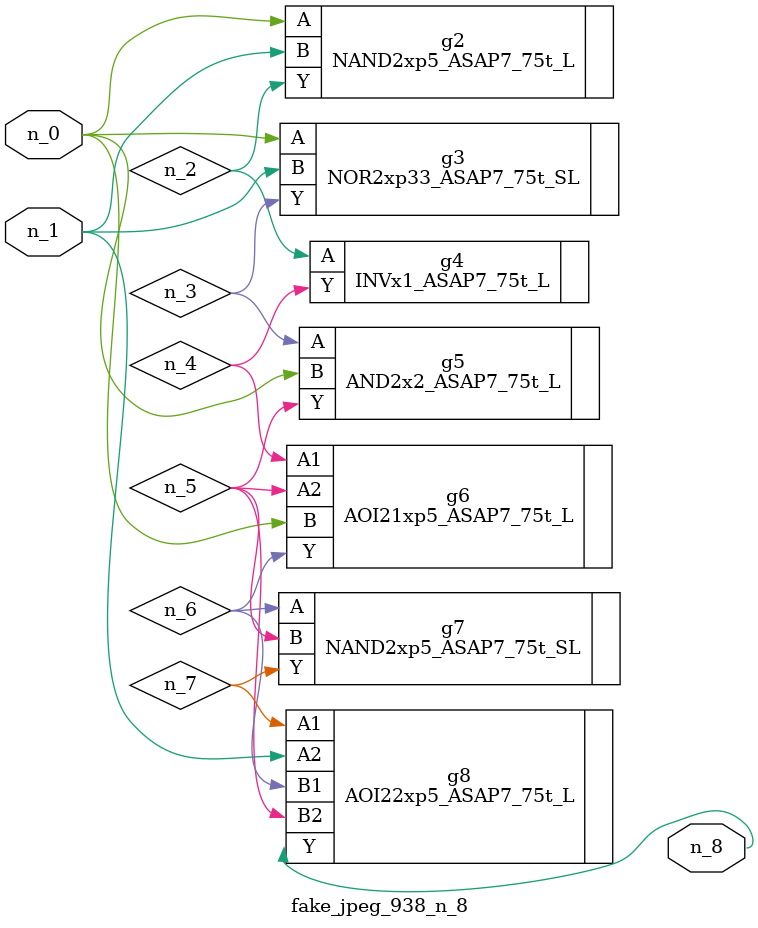
<source format=v>
module fake_jpeg_938_n_8 (n_0, n_1, n_8);

input n_0;
input n_1;

output n_8;

wire n_2;
wire n_3;
wire n_4;
wire n_6;
wire n_5;
wire n_7;

NAND2xp5_ASAP7_75t_L g2 ( 
.A(n_0),
.B(n_1),
.Y(n_2)
);

NOR2xp33_ASAP7_75t_SL g3 ( 
.A(n_0),
.B(n_1),
.Y(n_3)
);

INVx1_ASAP7_75t_L g4 ( 
.A(n_2),
.Y(n_4)
);

AOI21xp5_ASAP7_75t_L g6 ( 
.A1(n_4),
.A2(n_5),
.B(n_0),
.Y(n_6)
);

AND2x2_ASAP7_75t_L g5 ( 
.A(n_3),
.B(n_0),
.Y(n_5)
);

NAND2xp5_ASAP7_75t_SL g7 ( 
.A(n_6),
.B(n_5),
.Y(n_7)
);

AOI22xp5_ASAP7_75t_L g8 ( 
.A1(n_7),
.A2(n_1),
.B1(n_6),
.B2(n_5),
.Y(n_8)
);


endmodule
</source>
